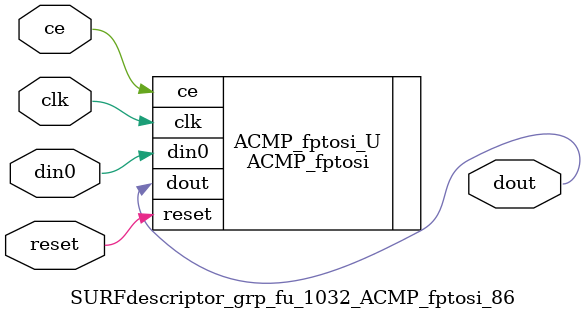
<source format=v>

`timescale 1 ns / 1 ps
module SURFdescriptor_grp_fu_1032_ACMP_fptosi_86(
    clk,
    reset,
    ce,
    din0,
    dout);

parameter ID = 32'd1;
parameter NUM_STAGE = 32'd1;
parameter din0_WIDTH = 32'd1;
parameter dout_WIDTH = 32'd1;
input clk;
input reset;
input ce;
input[din0_WIDTH - 1:0] din0;
output[dout_WIDTH - 1:0] dout;



ACMP_fptosi #(
.ID( ID ),
.NUM_STAGE( 3 ),
.din0_WIDTH( din0_WIDTH ),
.dout_WIDTH( dout_WIDTH ))
ACMP_fptosi_U(
    .clk( clk ),
    .reset( reset ),
    .ce( ce ),
    .din0( din0 ),
    .dout( dout ));

endmodule

</source>
